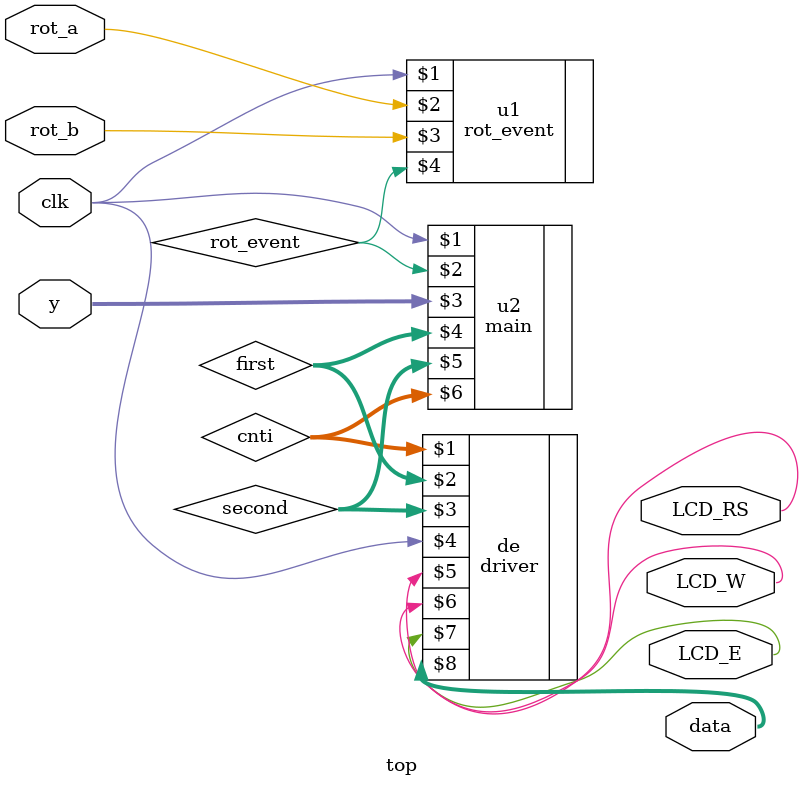
<source format=v>
`timescale 1ns / 1ps
module top(clk,rot_a,rot_b,y,LCD_RS,LCD_W,LCD_E,data
    );
input clk,rot_a,rot_b;
input [2:0] y;
output LCD_RS,LCD_W,LCD_E;
output [3:0] data;
wire LCD_RS,LCD_W,LCD_E;
wire [3:0] data;
wire rot_event;
wire [127:0] first;
wire [127:0] second;
wire [3:0] cnti;
rot_event u1(clk,rot_a,rot_b,rot_event);
main u2(clk,rot_event,y,first,second,cnti);
driver de(cnti,first,second,clk,LCD_RS,LCD_W,LCD_E,data);
endmodule

</source>
